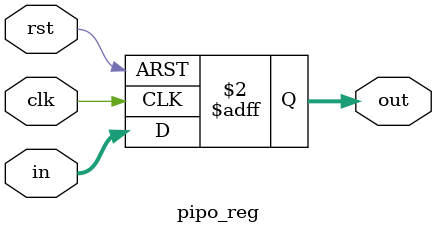
<source format=v>
module pipo_reg #(parameter N=32) (out,in,clk,rst);
 input [N-1:0]in;
 input clk;
 input rst;
 output reg [N-1:0]out;
 
 always@(posedge clk, posedge rst) // Asynchronous reset is used for the registers.
 begin
	if(rst)
		out <= 0;
	else
		out <= in;
 end

endmodule
	
  

</source>
